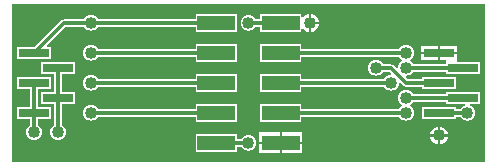
<source format=gtl>
%FSLAX24Y24*%
%MOIN*%
G70*
G01*
G75*
G04 Layer_Physical_Order=1*
G04 Layer_Color=255*
%ADD10R,0.1000X0.0291*%
%ADD11R,0.1250X0.0500*%
%ADD12C,0.0120*%
%ADD13C,0.0400*%
G36*
X7888Y-2638D02*
X-7888D01*
Y2638D01*
X7888D01*
Y-2638D01*
D02*
G37*
%LPC*%
G36*
X-6590Y206D02*
X-7710D01*
Y-206D01*
X-7272D01*
Y-794D01*
X-7710D01*
Y-1206D01*
X-7272D01*
Y-1419D01*
X-7281Y-1423D01*
X-7335Y-1465D01*
X-7377Y-1519D01*
X-7403Y-1582D01*
X-7412Y-1650D01*
X-7403Y-1718D01*
X-7377Y-1781D01*
X-7335Y-1835D01*
X-7281Y-1877D01*
X-7218Y-1903D01*
X-7150Y-1912D01*
X-7082Y-1903D01*
X-7019Y-1877D01*
X-6965Y-1835D01*
X-6923Y-1781D01*
X-6897Y-1718D01*
X-6888Y-1650D01*
X-6897Y-1582D01*
X-6923Y-1519D01*
X-6965Y-1465D01*
X-7019Y-1423D01*
X-7027Y-1419D01*
Y-1206D01*
X-6590D01*
Y-794D01*
X-7027D01*
Y-206D01*
X-6590D01*
Y206D01*
D02*
G37*
G36*
X1800Y-1650D02*
X1115D01*
Y-1960D01*
X1800D01*
Y-1650D01*
D02*
G37*
G36*
X-5790Y706D02*
X-6910D01*
Y294D01*
X-6473D01*
Y-294D01*
X-6910D01*
Y-706D01*
X-6473D01*
Y-1419D01*
X-6481Y-1423D01*
X-6535Y-1465D01*
X-6577Y-1519D01*
X-6603Y-1582D01*
X-6612Y-1650D01*
X-6603Y-1718D01*
X-6577Y-1781D01*
X-6535Y-1835D01*
X-6481Y-1877D01*
X-6418Y-1903D01*
X-6350Y-1912D01*
X-6282Y-1903D01*
X-6219Y-1877D01*
X-6165Y-1835D01*
X-6123Y-1781D01*
X-6097Y-1718D01*
X-6088Y-1650D01*
X-6097Y-1582D01*
X-6123Y-1519D01*
X-6165Y-1465D01*
X-6219Y-1423D01*
X-6228Y-1419D01*
Y-706D01*
X-5790D01*
Y-294D01*
X-6228D01*
Y294D01*
X-5790D01*
Y706D01*
D02*
G37*
G36*
X6390Y-1452D02*
Y-1710D01*
X6648D01*
X6643Y-1671D01*
X6612Y-1598D01*
X6564Y-1536D01*
X6502Y-1488D01*
X6429Y-1457D01*
X6390Y-1452D01*
D02*
G37*
G36*
X6310D02*
X6272Y-1457D01*
X6199Y-1488D01*
X6136Y-1536D01*
X6088Y-1598D01*
X6058Y-1671D01*
X6053Y-1710D01*
X6310D01*
Y-1452D01*
D02*
G37*
G36*
X1035Y-1650D02*
X350D01*
Y-1960D01*
X1035D01*
Y-1650D01*
D02*
G37*
G36*
X1800Y-2040D02*
X1115D01*
Y-2350D01*
X1800D01*
Y-2040D01*
D02*
G37*
G36*
X1035D02*
X350D01*
Y-2350D01*
X1035D01*
Y-2040D01*
D02*
G37*
G36*
X-390Y-1690D02*
X-1760D01*
Y-2310D01*
X-390D01*
Y-2122D01*
X-231D01*
X-227Y-2131D01*
X-185Y-2185D01*
X-131Y-2227D01*
X-68Y-2253D01*
X0Y-2262D01*
X68Y-2253D01*
X131Y-2227D01*
X185Y-2185D01*
X227Y-2131D01*
X253Y-2068D01*
X262Y-2000D01*
X253Y-1932D01*
X227Y-1869D01*
X185Y-1815D01*
X131Y-1773D01*
X68Y-1747D01*
X0Y-1738D01*
X-68Y-1747D01*
X-131Y-1773D01*
X-185Y-1815D01*
X-227Y-1869D01*
X-231Y-1878D01*
X-390D01*
Y-1690D01*
D02*
G37*
G36*
X6648Y-1790D02*
X6390D01*
Y-2047D01*
X6429Y-2042D01*
X6502Y-2012D01*
X6564Y-1964D01*
X6612Y-1901D01*
X6643Y-1828D01*
X6648Y-1790D01*
D02*
G37*
G36*
X6310D02*
X6053D01*
X6058Y-1828D01*
X6088Y-1901D01*
X6136Y-1964D01*
X6199Y-2012D01*
X6272Y-2042D01*
X6310Y-2047D01*
Y-1790D01*
D02*
G37*
G36*
X2347Y1960D02*
X2090D01*
Y1703D01*
X2128Y1708D01*
X2201Y1738D01*
X2264Y1786D01*
X2312Y1849D01*
X2342Y1922D01*
X2347Y1960D01*
D02*
G37*
G36*
X-390Y1310D02*
X-1760D01*
Y1122D01*
X-5019D01*
X-5023Y1131D01*
X-5065Y1185D01*
X-5119Y1227D01*
X-5182Y1253D01*
X-5250Y1262D01*
X-5318Y1253D01*
X-5381Y1227D01*
X-5435Y1185D01*
X-5477Y1131D01*
X-5503Y1068D01*
X-5512Y1000D01*
X-5503Y932D01*
X-5477Y869D01*
X-5435Y815D01*
X-5381Y773D01*
X-5318Y747D01*
X-5250Y738D01*
X-5182Y747D01*
X-5119Y773D01*
X-5065Y815D01*
X-5023Y869D01*
X-5019Y878D01*
X-1760D01*
Y690D01*
X-390D01*
Y1310D01*
D02*
G37*
G36*
X6950Y1246D02*
X6390D01*
Y1040D01*
X6950D01*
Y1246D01*
D02*
G37*
G36*
X1760Y2310D02*
X390D01*
Y2122D01*
X231D01*
X227Y2131D01*
X185Y2185D01*
X131Y2227D01*
X68Y2253D01*
X0Y2262D01*
X-68Y2253D01*
X-131Y2227D01*
X-185Y2185D01*
X-227Y2131D01*
X-253Y2068D01*
X-262Y2000D01*
X-253Y1932D01*
X-227Y1869D01*
X-185Y1815D01*
X-131Y1773D01*
X-68Y1747D01*
X0Y1738D01*
X68Y1747D01*
X131Y1773D01*
X185Y1815D01*
X227Y1869D01*
X231Y1878D01*
X390D01*
Y1690D01*
X1760D01*
Y1807D01*
X1807Y1823D01*
X1836Y1786D01*
X1899Y1738D01*
X1972Y1708D01*
X2010Y1703D01*
Y2000D01*
Y2297D01*
X1972Y2292D01*
X1899Y2262D01*
X1836Y2214D01*
X1807Y2177D01*
X1760Y2193D01*
Y2310D01*
D02*
G37*
G36*
X-390D02*
X-1760D01*
Y2122D01*
X-5019D01*
X-5023Y2131D01*
X-5065Y2185D01*
X-5119Y2227D01*
X-5182Y2253D01*
X-5250Y2262D01*
X-5318Y2253D01*
X-5381Y2227D01*
X-5435Y2185D01*
X-5477Y2131D01*
X-5481Y2122D01*
X-6150D01*
X-6196Y2113D01*
X-6212Y2102D01*
X-6236Y2087D01*
X-7117Y1206D01*
X-7710D01*
Y794D01*
X-6590D01*
Y1206D01*
X-6706D01*
X-6725Y1252D01*
X-6099Y1878D01*
X-5481D01*
X-5477Y1869D01*
X-5435Y1815D01*
X-5381Y1773D01*
X-5318Y1747D01*
X-5250Y1738D01*
X-5182Y1747D01*
X-5119Y1773D01*
X-5065Y1815D01*
X-5023Y1869D01*
X-5019Y1878D01*
X-1760D01*
Y1690D01*
X-390D01*
Y2310D01*
D02*
G37*
G36*
X2090Y2297D02*
Y2040D01*
X2347D01*
X2342Y2078D01*
X2312Y2151D01*
X2264Y2214D01*
X2201Y2262D01*
X2128Y2292D01*
X2090Y2297D01*
D02*
G37*
G36*
X-390Y310D02*
X-1760D01*
Y122D01*
X-5019D01*
X-5023Y131D01*
X-5065Y185D01*
X-5119Y227D01*
X-5182Y253D01*
X-5250Y262D01*
X-5318Y253D01*
X-5381Y227D01*
X-5435Y185D01*
X-5477Y131D01*
X-5503Y68D01*
X-5512Y0D01*
X-5503Y-68D01*
X-5477Y-131D01*
X-5435Y-185D01*
X-5381Y-227D01*
X-5318Y-253D01*
X-5250Y-262D01*
X-5182Y-253D01*
X-5119Y-227D01*
X-5065Y-185D01*
X-5023Y-131D01*
X-5019Y-122D01*
X-1760D01*
Y-310D01*
X-390D01*
Y310D01*
D02*
G37*
G36*
X5250Y-238D02*
X5182Y-247D01*
X5119Y-273D01*
X5065Y-315D01*
X5023Y-369D01*
X4997Y-432D01*
X4988Y-500D01*
X4997Y-568D01*
X5023Y-631D01*
X5065Y-685D01*
X5116Y-725D01*
Y-775D01*
X5065Y-815D01*
X5023Y-869D01*
X5019Y-878D01*
X1760D01*
Y-690D01*
X390D01*
Y-1310D01*
X1760D01*
Y-1122D01*
X5019D01*
X5023Y-1131D01*
X5065Y-1185D01*
X5119Y-1227D01*
X5182Y-1253D01*
X5250Y-1262D01*
X5318Y-1253D01*
X5381Y-1227D01*
X5435Y-1185D01*
X5477Y-1131D01*
X5503Y-1068D01*
X5512Y-1000D01*
X5503Y-932D01*
X5477Y-869D01*
X5435Y-815D01*
X5384Y-775D01*
Y-725D01*
X5435Y-685D01*
X5477Y-631D01*
X5481Y-622D01*
X6590D01*
Y-706D01*
X7203D01*
X7213Y-755D01*
X7169Y-773D01*
X7115Y-815D01*
X7073Y-869D01*
X7069Y-878D01*
X6910D01*
Y-794D01*
X5790D01*
Y-1206D01*
X6910D01*
Y-1122D01*
X7069D01*
X7073Y-1131D01*
X7115Y-1185D01*
X7169Y-1227D01*
X7232Y-1253D01*
X7300Y-1262D01*
X7368Y-1253D01*
X7431Y-1227D01*
X7485Y-1185D01*
X7527Y-1131D01*
X7553Y-1068D01*
X7562Y-1000D01*
X7553Y-932D01*
X7527Y-869D01*
X7485Y-815D01*
X7431Y-773D01*
X7387Y-755D01*
X7397Y-706D01*
X7710D01*
Y-294D01*
X6590D01*
Y-378D01*
X5481D01*
X5477Y-369D01*
X5435Y-315D01*
X5381Y-273D01*
X5318Y-247D01*
X5250Y-238D01*
D02*
G37*
G36*
X-390Y-690D02*
X-1760D01*
Y-878D01*
X-5019D01*
X-5023Y-869D01*
X-5065Y-815D01*
X-5119Y-773D01*
X-5182Y-747D01*
X-5250Y-738D01*
X-5318Y-747D01*
X-5381Y-773D01*
X-5435Y-815D01*
X-5477Y-869D01*
X-5503Y-932D01*
X-5512Y-1000D01*
X-5503Y-1068D01*
X-5477Y-1131D01*
X-5435Y-1185D01*
X-5381Y-1227D01*
X-5318Y-1253D01*
X-5250Y-1262D01*
X-5182Y-1253D01*
X-5119Y-1227D01*
X-5065Y-1185D01*
X-5023Y-1131D01*
X-5019Y-1122D01*
X-1760D01*
Y-1310D01*
X-390D01*
Y-690D01*
D02*
G37*
G36*
X6310Y1246D02*
X5750D01*
Y1040D01*
X6310D01*
Y1246D01*
D02*
G37*
G36*
Y960D02*
X5750D01*
Y754D01*
X6310D01*
Y960D01*
D02*
G37*
G36*
X1760Y1310D02*
X390D01*
Y690D01*
X1760D01*
Y878D01*
X5019D01*
X5023Y869D01*
X5065Y815D01*
X5116Y775D01*
Y725D01*
X5065Y685D01*
X5023Y631D01*
X4997Y568D01*
X4988Y500D01*
X4931Y492D01*
X4837Y587D01*
X4797Y613D01*
X4750Y622D01*
X4481D01*
X4477Y631D01*
X4435Y685D01*
X4381Y727D01*
X4318Y753D01*
X4250Y762D01*
X4182Y753D01*
X4119Y727D01*
X4065Y685D01*
X4023Y631D01*
X3997Y568D01*
X3988Y500D01*
X3997Y432D01*
X4023Y369D01*
X4065Y315D01*
X4119Y273D01*
X4182Y247D01*
X4250Y238D01*
X4318Y247D01*
X4381Y273D01*
X4435Y315D01*
X4477Y369D01*
X4481Y378D01*
X4699D01*
X4758Y319D01*
X4750Y262D01*
X4682Y253D01*
X4619Y227D01*
X4565Y185D01*
X4523Y131D01*
X4519Y122D01*
X1760D01*
Y310D01*
X390D01*
Y-310D01*
X1760D01*
Y-122D01*
X4519D01*
X4523Y-131D01*
X4565Y-185D01*
X4619Y-227D01*
X4682Y-253D01*
X4750Y-262D01*
X4818Y-253D01*
X4881Y-227D01*
X4935Y-185D01*
X4977Y-131D01*
X5003Y-68D01*
X5012Y-0D01*
X5069Y8D01*
X5163Y-87D01*
X5203Y-113D01*
X5250Y-122D01*
X5790D01*
Y-206D01*
X6910D01*
Y206D01*
X5790D01*
Y122D01*
X5301D01*
X5242Y181D01*
X5250Y238D01*
X5318Y247D01*
X5381Y273D01*
X5435Y315D01*
X5477Y369D01*
X5481Y378D01*
X6590D01*
Y294D01*
X7710D01*
Y706D01*
X6950D01*
Y754D01*
X6950D01*
Y960D01*
X6390D01*
Y754D01*
X6590D01*
Y706D01*
X6590D01*
Y622D01*
X5481D01*
X5477Y631D01*
X5435Y685D01*
X5384Y725D01*
Y775D01*
X5435Y815D01*
X5477Y869D01*
X5503Y932D01*
X5512Y1000D01*
X5503Y1068D01*
X5477Y1131D01*
X5435Y1185D01*
X5381Y1227D01*
X5318Y1253D01*
X5250Y1262D01*
X5182Y1253D01*
X5119Y1227D01*
X5065Y1185D01*
X5023Y1131D01*
X5019Y1122D01*
X1760D01*
Y1310D01*
D02*
G37*
%LPD*%
D10*
X-7150Y1000D02*
D03*
X-6350Y500D02*
D03*
X-7150Y0D02*
D03*
X-6350Y-500D02*
D03*
X-7150Y-1000D02*
D03*
X6350Y1000D02*
D03*
X7150Y500D02*
D03*
X6350Y0D02*
D03*
X7150Y-500D02*
D03*
X6350Y-1000D02*
D03*
D11*
X1075Y2000D02*
D03*
Y1000D02*
D03*
Y0D02*
D03*
Y-1000D02*
D03*
Y-2000D02*
D03*
X-1075Y2000D02*
D03*
Y1000D02*
D03*
Y0D02*
D03*
Y-1000D02*
D03*
Y-2000D02*
D03*
D12*
X6350Y-1000D02*
X7300D01*
X-5250Y1000D02*
X-1075D01*
X-5250Y0D02*
X-1075D01*
X-5250Y-1000D02*
X-1075D01*
X-5250Y2000D02*
X-1075D01*
X1075Y-1000D02*
X5250D01*
X1075Y1000D02*
X5250D01*
X0Y2000D02*
X1075D01*
X-1075Y-2000D02*
X0D01*
X-7150Y1000D02*
X-6150Y2000D01*
X-5250D01*
X-6350Y-500D02*
Y500D01*
Y-1650D02*
Y-500D01*
Y-1650D02*
X-6350Y-1650D01*
X-7150Y-1000D02*
Y0D01*
Y-1650D02*
Y-1000D01*
X-7150Y-1650D02*
X-7150Y-1650D01*
X5250Y500D02*
X7150D01*
X5250Y-500D02*
X7150D01*
X1075Y0D02*
X4750D01*
X5250D02*
X6350D01*
X4750Y500D02*
X5250Y0D01*
X4250Y500D02*
X4750D01*
D13*
X7300Y-1000D02*
D03*
X-5250Y1000D02*
D03*
Y0D02*
D03*
Y-1000D02*
D03*
Y2000D02*
D03*
X5250Y-1000D02*
D03*
Y1000D02*
D03*
X6350Y-1750D02*
D03*
X0Y2000D02*
D03*
Y-2000D02*
D03*
X-6350Y-1650D02*
D03*
X-7150D02*
D03*
X5250Y500D02*
D03*
Y-500D02*
D03*
X4750Y0D02*
D03*
X4250Y500D02*
D03*
X2050Y2000D02*
D03*
M02*

</source>
